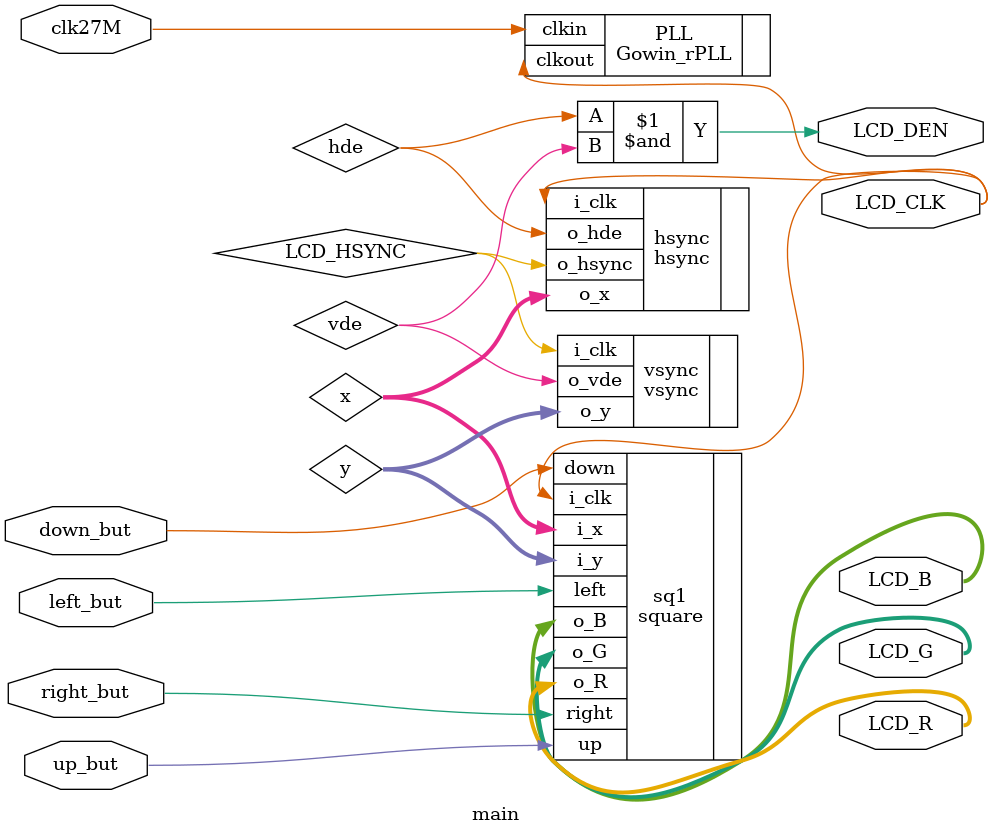
<source format=v>
/*

This is the controller for a LCD display 800x480 pixels resolution.
The connector is a 40 pin of VGA Layout, is controlled by a 5/6 bits of resolution each color,
a data enable signal, and a clock signal.

The LCD_CLK may be high enought for write all the pixels plus the time needed for sync. 
Could be calculated as [ (800 + h_sync_pixels) * 480 + v_sync_pixels ] * 60 Hz ~= 28MHz
In one frame needs the screen resolution and horizontal sync pixels for each line, 
plus the vertical sync pixels each frame. 
But as a standard, 33 MHz is a good clock signal, exceeding the 60Hz.

This code is a variation from, "electronicayciencia.com" with the blog post about the LCD coding
"https://www.electronicayciencia.com/2021/11/lcd_tang_nano_I_patrones.html"
*/

module main (
    input clk27M,       
    input left_but,
    input right_but,
    input up_but,
    input down_but,

    output [4:0] LCD_R,
    output [5:0] LCD_G,
    output [4:0] LCD_B,
    output LCD_CLK,
    output LCD_DEN
);

    Gowin_rPLL PLL(
        .clkout   (LCD_CLK),    // 33MHz
        .clkin    (clk27M)       // 27MHz
    );

    wire [9:0] x;   // indicate the horizontal position 
    wire [9:0] y;   // indicate the vertical position

    //Data enable signal
    wire hde;
    wire vde;       
    assign LCD_DEN = hde & vde;  // Enable when the two are enabled

    hsync hsync(
        .i_clk     (LCD_CLK),    // counter clock

        .o_hsync   (LCD_HSYNC),  // signal for the vsync module
        .o_hde     (hde),        // horizontal signal in active zone
        .o_x       (x)           // x pixel position
    );

    vsync vsync(
        .i_clk     (LCD_HSYNC),  // clk is the generated in the hsync module

        .o_vde     (vde),        // vertical signal in active zone
        .o_y       (y)           // y pixel position
    );

    square sq1(
        .i_clk     (LCD_CLK),
        .i_x       (x),
        .i_y       (y),
        .left      (left_but),
        .right     (right_but),
        .up        (up_but),
        .down      (down_but),

        .o_R       (LCD_R),
        .o_G       (LCD_G),
        .o_B       (LCD_B)

    );

endmodule
</source>
